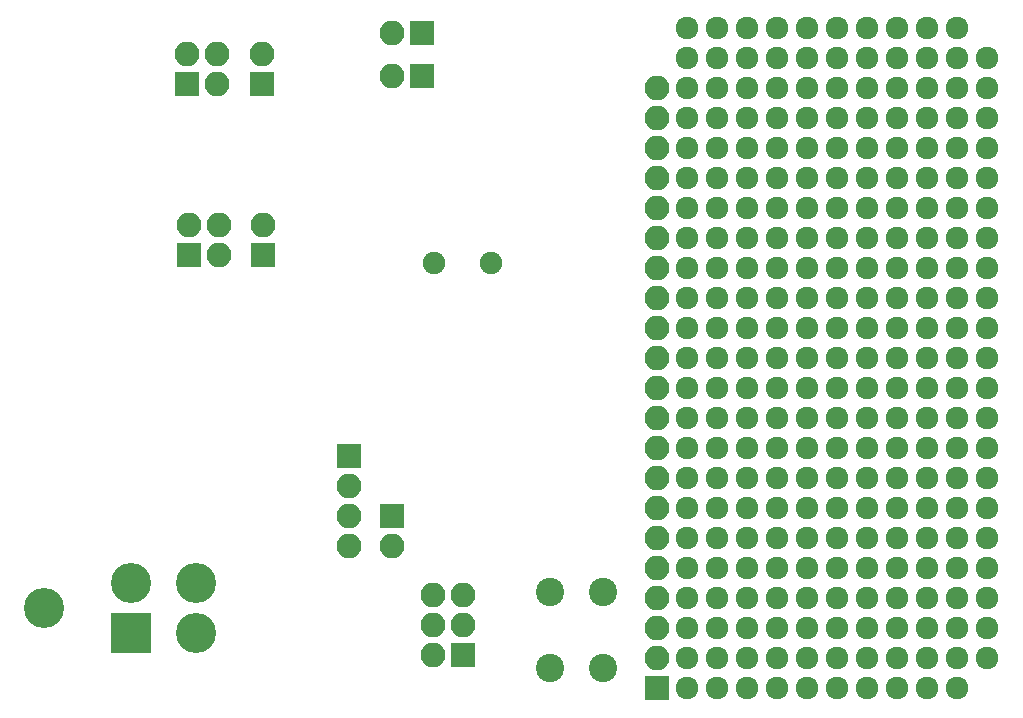
<source format=gbr>
G04 #@! TF.FileFunction,Soldermask,Bot*
%FSLAX46Y46*%
G04 Gerber Fmt 4.6, Leading zero omitted, Abs format (unit mm)*
G04 Created by KiCad (PCBNEW 4.0.7) date 10/26/17 01:15:41*
%MOMM*%
%LPD*%
G01*
G04 APERTURE LIST*
%ADD10C,0.100000*%
%ADD11C,1.900000*%
%ADD12R,2.100000X2.100000*%
%ADD13O,2.100000X2.100000*%
%ADD14C,2.400000*%
%ADD15C,1.924000*%
%ADD16R,3.400000X3.400000*%
%ADD17C,3.400000*%
G04 APERTURE END LIST*
D10*
D11*
X36650000Y-22000000D03*
X41530000Y-22000000D03*
D12*
X29500000Y-38300000D03*
D13*
X29500000Y-40840000D03*
X29500000Y-43380000D03*
X29500000Y-45920000D03*
D12*
X33100000Y-43400000D03*
D13*
X33100000Y-45940000D03*
D12*
X39100000Y-55200000D03*
D13*
X36560000Y-55200000D03*
X39100000Y-52660000D03*
X36560000Y-52660000D03*
X39100000Y-50120000D03*
X36560000Y-50120000D03*
D12*
X15800000Y-6800000D03*
D13*
X15800000Y-4260000D03*
X18340000Y-6800000D03*
X18340000Y-4260000D03*
D12*
X22100000Y-6800000D03*
D13*
X22100000Y-4260000D03*
D14*
X46500000Y-49800000D03*
X51000000Y-49800000D03*
X46500000Y-56300000D03*
X51000000Y-56300000D03*
D12*
X15900000Y-21300000D03*
D13*
X15900000Y-18760000D03*
X18440000Y-21300000D03*
X18440000Y-18760000D03*
D12*
X22200000Y-21300000D03*
D13*
X22200000Y-18760000D03*
D12*
X35700000Y-6100000D03*
D13*
X33160000Y-6100000D03*
D12*
X35700000Y-2500000D03*
D13*
X33160000Y-2500000D03*
D12*
X55600000Y-58000000D03*
D13*
X55600000Y-55460000D03*
X55600000Y-52920000D03*
X55600000Y-50380000D03*
X55600000Y-47840000D03*
X55600000Y-45300000D03*
X55600000Y-42760000D03*
X55600000Y-40220000D03*
X55600000Y-37680000D03*
X55600000Y-35140000D03*
X55600000Y-32600000D03*
X55600000Y-30060000D03*
X55600000Y-27520000D03*
X55600000Y-24980000D03*
X55600000Y-22440000D03*
X55600000Y-19900000D03*
X55600000Y-17360000D03*
X55600000Y-14820000D03*
X55600000Y-12280000D03*
X55600000Y-9740000D03*
X55600000Y-7200000D03*
D15*
X58140000Y-58000000D03*
X60680000Y-58000000D03*
X63220000Y-58000000D03*
X65760000Y-58000000D03*
X68300000Y-58000000D03*
X70840000Y-58000000D03*
X73380000Y-58000000D03*
X75920000Y-58000000D03*
X78460000Y-58000000D03*
X81000000Y-58000000D03*
X58140000Y-55460000D03*
X60680000Y-55460000D03*
X63220000Y-55460000D03*
X65760000Y-55460000D03*
X68300000Y-55460000D03*
X70840000Y-55460000D03*
X73380000Y-55460000D03*
X75920000Y-55460000D03*
X78460000Y-55460000D03*
X81000000Y-55460000D03*
X83540000Y-55460000D03*
X58140000Y-52920000D03*
X60680000Y-52920000D03*
X63220000Y-52920000D03*
X65760000Y-52920000D03*
X68300000Y-52920000D03*
X70840000Y-52920000D03*
X73380000Y-52920000D03*
X75920000Y-52920000D03*
X78460000Y-52920000D03*
X81000000Y-52920000D03*
X83540000Y-52920000D03*
X58140000Y-50380000D03*
X60680000Y-50380000D03*
X63220000Y-50380000D03*
X65760000Y-50380000D03*
X68300000Y-50380000D03*
X70840000Y-50380000D03*
X73380000Y-50380000D03*
X75920000Y-50380000D03*
X78460000Y-50380000D03*
X81000000Y-50380000D03*
X83540000Y-50380000D03*
X58140000Y-47840000D03*
X60680000Y-47840000D03*
X63220000Y-47840000D03*
X65760000Y-47840000D03*
X68300000Y-47840000D03*
X70840000Y-47840000D03*
X73380000Y-47840000D03*
X75920000Y-47840000D03*
X78460000Y-47840000D03*
X81000000Y-47840000D03*
X83540000Y-47840000D03*
X58140000Y-45300000D03*
X60680000Y-45300000D03*
X63220000Y-45300000D03*
X65760000Y-45300000D03*
X68300000Y-45300000D03*
X70840000Y-45300000D03*
X73380000Y-45300000D03*
X75920000Y-45300000D03*
X78460000Y-45300000D03*
X81000000Y-45300000D03*
X83540000Y-45300000D03*
X58140000Y-42760000D03*
X60680000Y-42760000D03*
X63220000Y-42760000D03*
X65760000Y-42760000D03*
X68300000Y-42760000D03*
X70840000Y-42760000D03*
X73380000Y-42760000D03*
X75920000Y-42760000D03*
X78460000Y-42760000D03*
X81000000Y-42760000D03*
X83540000Y-42760000D03*
X58140000Y-40220000D03*
X60680000Y-40220000D03*
X63220000Y-40220000D03*
X65760000Y-40220000D03*
X68300000Y-40220000D03*
X70840000Y-40220000D03*
X73380000Y-40220000D03*
X75920000Y-40220000D03*
X78460000Y-40220000D03*
X81000000Y-40220000D03*
X83540000Y-40220000D03*
X58140000Y-37680000D03*
X60680000Y-37680000D03*
X63220000Y-37680000D03*
X65760000Y-37680000D03*
X68300000Y-37680000D03*
X70840000Y-37680000D03*
X73380000Y-37680000D03*
X75920000Y-37680000D03*
X78460000Y-37680000D03*
X81000000Y-37680000D03*
X83540000Y-37680000D03*
X58140000Y-35140000D03*
X60680000Y-35140000D03*
X63220000Y-35140000D03*
X65760000Y-35140000D03*
X68300000Y-35140000D03*
X70840000Y-35140000D03*
X73380000Y-35140000D03*
X75920000Y-35140000D03*
X78460000Y-35140000D03*
X81000000Y-35140000D03*
X83540000Y-35140000D03*
X58140000Y-32600000D03*
X60680000Y-32600000D03*
X63220000Y-32600000D03*
X65760000Y-32600000D03*
X68300000Y-32600000D03*
X70840000Y-32600000D03*
X73380000Y-32600000D03*
X75920000Y-32600000D03*
X78460000Y-32600000D03*
X81000000Y-32600000D03*
X83540000Y-32600000D03*
X58140000Y-30060000D03*
X60680000Y-30060000D03*
X63220000Y-30060000D03*
X65760000Y-30060000D03*
X68300000Y-30060000D03*
X70840000Y-30060000D03*
X73380000Y-30060000D03*
X75920000Y-30060000D03*
X78460000Y-30060000D03*
X81000000Y-30060000D03*
X83540000Y-30060000D03*
X58140000Y-27520000D03*
X60680000Y-27520000D03*
X63220000Y-27520000D03*
X65760000Y-27520000D03*
X68300000Y-27520000D03*
X70840000Y-27520000D03*
X73380000Y-27520000D03*
X75920000Y-27520000D03*
X78460000Y-27520000D03*
X81000000Y-27520000D03*
X83540000Y-27520000D03*
X58140000Y-24980000D03*
X60680000Y-24980000D03*
X63220000Y-24980000D03*
X65760000Y-24980000D03*
X68300000Y-24980000D03*
X70840000Y-24980000D03*
X73380000Y-24980000D03*
X75920000Y-24980000D03*
X78460000Y-24980000D03*
X81000000Y-24980000D03*
X83540000Y-24980000D03*
X58140000Y-22440000D03*
X60680000Y-22440000D03*
X63220000Y-22440000D03*
X65760000Y-22440000D03*
X68300000Y-22440000D03*
X70840000Y-22440000D03*
X73380000Y-22440000D03*
X75920000Y-22440000D03*
X78460000Y-22440000D03*
X81000000Y-22440000D03*
X83540000Y-22440000D03*
X58140000Y-19900000D03*
X60680000Y-19900000D03*
X63220000Y-19900000D03*
X65760000Y-19900000D03*
X68300000Y-19900000D03*
X70840000Y-19900000D03*
X73380000Y-19900000D03*
X75920000Y-19900000D03*
X78460000Y-19900000D03*
X81000000Y-19900000D03*
X83540000Y-19900000D03*
X58140000Y-17360000D03*
X60680000Y-17360000D03*
X63220000Y-17360000D03*
X65760000Y-17360000D03*
X68300000Y-17360000D03*
X70840000Y-17360000D03*
X73380000Y-17360000D03*
X75920000Y-17360000D03*
X78460000Y-17360000D03*
X81000000Y-17360000D03*
X83540000Y-17360000D03*
X58140000Y-14820000D03*
X60680000Y-14820000D03*
X63220000Y-14820000D03*
X65760000Y-14820000D03*
X68300000Y-14820000D03*
X70840000Y-14820000D03*
X73380000Y-14820000D03*
X75920000Y-14820000D03*
X78460000Y-14820000D03*
X81000000Y-14820000D03*
X83540000Y-14820000D03*
X58140000Y-12280000D03*
X60680000Y-12280000D03*
X63220000Y-12280000D03*
X65760000Y-12280000D03*
X68300000Y-12280000D03*
X70840000Y-12280000D03*
X73380000Y-12280000D03*
X75920000Y-12280000D03*
X78460000Y-12280000D03*
X81000000Y-12280000D03*
X83540000Y-12280000D03*
X58140000Y-9740000D03*
X60680000Y-9740000D03*
X63220000Y-9740000D03*
X65760000Y-9740000D03*
X68300000Y-9740000D03*
X70840000Y-9740000D03*
X73380000Y-9740000D03*
X75920000Y-9740000D03*
X78460000Y-9740000D03*
X81000000Y-9740000D03*
X83540000Y-9740000D03*
X58140000Y-7200000D03*
X60680000Y-7200000D03*
X63220000Y-7200000D03*
X65760000Y-7200000D03*
X68300000Y-7200000D03*
X70840000Y-7200000D03*
X73380000Y-7200000D03*
X75920000Y-7200000D03*
X78460000Y-7200000D03*
X81000000Y-7200000D03*
X83540000Y-7200000D03*
X58140000Y-4660000D03*
X60680000Y-4660000D03*
X63220000Y-4660000D03*
X65760000Y-4660000D03*
X68300000Y-4660000D03*
X70840000Y-4660000D03*
X73380000Y-4660000D03*
X75920000Y-4660000D03*
X78460000Y-4660000D03*
X81000000Y-4660000D03*
X83540000Y-4660000D03*
X58140000Y-2120000D03*
X60680000Y-2120000D03*
X63220000Y-2120000D03*
X65760000Y-2120000D03*
X68300000Y-2120000D03*
X70840000Y-2120000D03*
X73380000Y-2120000D03*
X75920000Y-2120000D03*
X78460000Y-2120000D03*
X81000000Y-2120000D03*
D16*
X11000000Y-53300000D03*
D17*
X11000000Y-49100000D03*
X16500000Y-53300000D03*
X16500000Y-49100000D03*
X3700000Y-51200000D03*
M02*

</source>
